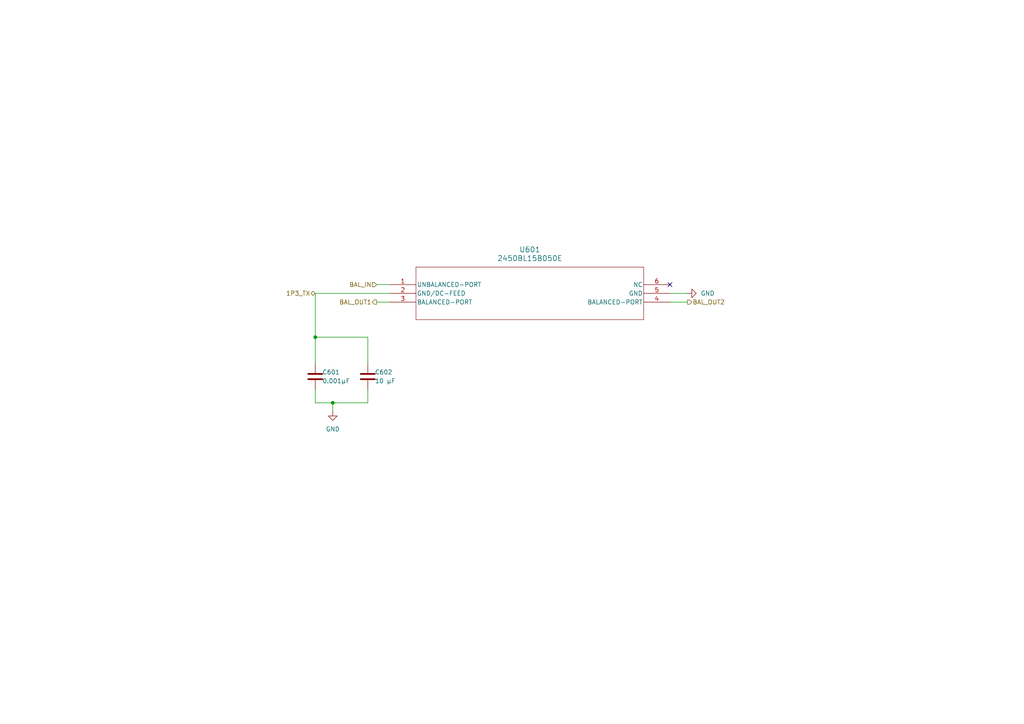
<source format=kicad_sch>
(kicad_sch (version 20231120) (generator "eeschema") (generator_version "8.0")
  (paper "A4")
  (lib_symbols
    (symbol "2.45GHz_Balun:2450BL15B050E" (pin_names (offset 0.254))
      (property "Reference" "U" (at 40.64 10.16 0))
      (property "Value" "2450BL15B050E" (at 40.64 7.62 0))
      (symbol "2450BL15B050E_0_1"
        (polyline (pts (xy 7.62 -10.16) (xy 73.66 -10.16)) (stroke (width 0.127)))
        (polyline (pts (xy 7.62 5.08) (xy 7.62 -10.16)) (stroke (width 0.127)))
        (polyline (pts (xy 73.66 -10.16) (xy 73.66 5.08)) (stroke (width 0.127)))
        (polyline (pts (xy 73.66 5.08) (xy 7.62 5.08)) (stroke (width 0.127)))
        (pin unspecified line (at 0 0 0) (length 7.62) (name "UNBALANCED-PORT") (number "1"))
        (pin unspecified line (at 0 -2.54 0) (length 7.62) (name "GND/DC-FEED") (number "2"))
        (pin unspecified line (at 0 -5.08 0) (length 7.62) (name "BALANCED-PORT") (number "3"))
        (pin unspecified line (at 81.28 -5.08 180) (length 7.62) (name "BALANCED-PORT") (number "4"))
        (pin power_out line (at 81.28 -2.54 180) (length 7.62) (name "GND") (number "5"))
        (pin no_connect line (at 81.28 0 180) (length 7.62) (name "NC") (number "6"))
      )
    )
    (symbol "Device:C" (pin_numbers hide) (pin_names (offset 0.254))
      (property "Reference" "C" (at 0.635 2.54 0))
      (property "Value" "C" (at 0.635 -2.54 0))
      (symbol "C_0_1"
        (polyline (pts (xy -2.032 -0.762) (xy 2.032 -0.762)) (stroke (width 0.508)))
        (polyline (pts (xy -2.032 0.762) (xy 2.032 0.762)) (stroke (width 0.508)))
      )
      (symbol "C_1_1"
        (pin passive line (at 0 3.81 270) (length 2.794) (name "~") (number "1"))
        (pin passive line (at 0 -3.81 90) (length 2.794) (name "~") (number "2"))
      )
    )
    (symbol "power:GND" (power) (pin_numbers hide) (pin_names (offset 0) hide)
      (property "Value" "GND" (at 0 -3.81 0))
      (symbol "GND_0_1"
        (polyline (pts (xy 0 0) (xy 0 -1.27) (xy 1.27 -1.27) (xy 0 -2.54) (xy -1.27 -1.27) (xy 0 -1.27)))
      )
      (symbol "GND_1_1"
        (pin power_in line (at 0 0 270) (length 0) (name "~") (number "1"))
      )
    )
  )
  (junction (at 91.44 97.79))
  (junction (at 96.52 116.84))
  (no_connect (at 194.31 82.55))
  (wire (pts (xy 194.31 85.09) (xy 199.39 85.09)))
  (wire (pts (xy 91.44 113.03) (xy 91.44 116.84)))
  (wire (pts (xy 109.22 87.63) (xy 113.03 87.63)))
  (wire (pts (xy 106.68 105.41) (xy 106.68 97.79)))
  (wire (pts (xy 106.68 97.79) (xy 91.44 97.79)))
  (wire (pts (xy 91.44 85.09) (xy 91.44 97.79)))
  (wire (pts (xy 106.68 116.84) (xy 106.68 113.03)))
  (wire (pts (xy 194.31 87.63) (xy 199.39 87.63)))
  (wire (pts (xy 109.22 82.55) (xy 113.03 82.55)))
  (wire (pts (xy 91.44 116.84) (xy 96.52 116.84)))
  (wire (pts (xy 91.44 85.09) (xy 113.03 85.09)))
  (wire (pts (xy 96.52 116.84) (xy 106.68 116.84)))
  (wire (pts (xy 96.52 116.84) (xy 96.52 119.38)))
  (wire (pts (xy 91.44 97.79) (xy 91.44 105.41)))
  (hierarchical_label "BAL_IN" (shape input) (at 109.22 82.55 180))
  (hierarchical_label "BAL_OUT1" (shape output) (at 109.22 87.63 180))
  (hierarchical_label "1P3_TX" (shape bidirectional) (at 91.44 85.09 180))
  (hierarchical_label "BAL_OUT2" (shape output) (at 199.39 87.63 0))
  (symbol (lib_id "Device:C") (at 106.68 109.22 0) (unit 1)
    (property "Reference" "C602" (at 108.712 107.95 0) (effects (justify left)))
    (property "Value" "10 µF" (at 108.712 110.49 0) (effects (justify left)))
    (property "Footprint" "Capacitor_SMD:C_0603_1608Metric" (effects (hide yes)))
    (property "Description" "Unpolarized capacitor" (effects (hide yes)))
    (instances (project "FCOMMS_AD9361" (path "" (reference "C602") (unit 1)) (path "" (reference "C902") (unit 1))))
  )
  (symbol (lib_id "power:GND") (at 199.39 85.09 90) (unit 1)
    (property "Reference" "#PWR0601" (effects (hide yes)))
    (property "Value" "GND" (at 203.2 85.0899 90) (effects (justify right)))
    (property "Description" "Power symbol creates a global label with name \"GND\" , ground" (effects (hide yes)))
    (instances (project "FCOMMS_AD9361" (path "" (reference "#PWR0601") (unit 1)) (path "" (reference "#PWR0901") (unit 1))))
  )
  (symbol (lib_id "power:GND") (at 96.52 119.38 0) (unit 1)
    (property "Reference" "#PWR0602" (effects (hide yes)))
    (property "Value" "GND" (at 96.52 124.46 0))
    (property "Description" "Power symbol creates a global label with name \"GND\" , ground" (effects (hide yes)))
    (instances (project "FCOMMS_AD9361" (path "" (reference "#PWR0602") (unit 1)) (path "" (reference "#PWR0902") (unit 1))))
  )
  (symbol (lib_id "2.45GHz_Balun:2450BL15B050E") (at 113.03 82.55 0) (unit 1)
    (property "Reference" "U601" (at 153.67 72.39 0) (effects (font (size 1.524 1.524))))
    (property "Value" "2450BL15B050E" (at 153.67 74.93 0) (effects (font (size 1.524 1.524))))
    (property "Footprint" "2450BL15B050E_JOT" (effects (hide yes)))
    (property "Datasheet" "2450BL15B050E" (effects (hide yes)))
    (instances (project "FCOMMS_AD9361" (path "" (reference "U601") (unit 1)) (path "" (reference "U901") (unit 1))))
  )
  (symbol (lib_id "Device:C") (at 91.44 109.22 0) (unit 1)
    (property "Reference" "C601" (at 93.472 107.95 0) (effects (justify left)))
    (property "Value" "0.001µF" (at 93.472 110.49 0) (effects (justify left)))
    (property "Footprint" "Capacitor_SMD:C_0603_1608Metric" (effects (hide yes)))
    (property "Description" "Unpolarized capacitor" (effects (hide yes)))
    (instances (project "FCOMMS_AD9361" (path "" (reference "C601") (unit 1)) (path "" (reference "C901") (unit 1))))
  )
)
</source>
